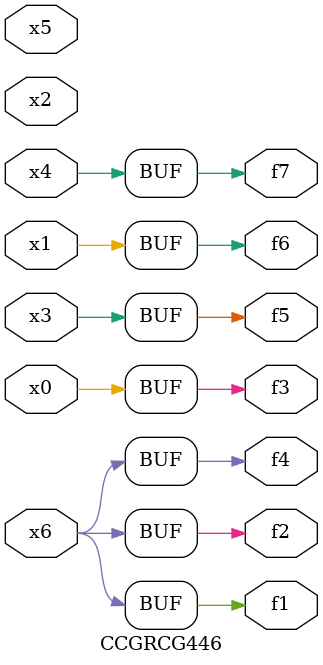
<source format=v>
module CCGRCG446(
	input x0, x1, x2, x3, x4, x5, x6,
	output f1, f2, f3, f4, f5, f6, f7
);
	assign f1 = x6;
	assign f2 = x6;
	assign f3 = x0;
	assign f4 = x6;
	assign f5 = x3;
	assign f6 = x1;
	assign f7 = x4;
endmodule

</source>
